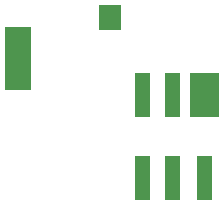
<source format=gbr>
G04*
G04 #@! TF.GenerationSoftware,Altium Limited,Altium Designer,23.0.1 (38)*
G04*
G04 Layer_Color=16711935*
%FSLAX25Y25*%
%MOIN*%
G70*
G04*
G04 #@! TF.SameCoordinates,7EA281D9-4360-43E8-82A8-E858FA6B50C7*
G04*
G04*
G04 #@! TF.FilePolarity,Positive*
G04*
G01*
G75*
G36*
X439736Y278708D02*
X432638D01*
Y287028D01*
X439736D01*
Y278708D01*
D02*
G37*
G36*
X409772Y258669D02*
X401307D01*
Y279535D01*
X409772D01*
Y258669D01*
D02*
G37*
G36*
X472472Y249508D02*
X462866D01*
Y264075D01*
X472472D01*
Y249508D01*
D02*
G37*
G36*
X459559D02*
X454441D01*
Y264075D01*
X459559D01*
Y249508D01*
D02*
G37*
G36*
X449559D02*
X444441D01*
Y264075D01*
X449559D01*
Y249508D01*
D02*
G37*
G36*
X470228Y221870D02*
X465110D01*
Y236437D01*
X470228D01*
Y221870D01*
D02*
G37*
G36*
X459559D02*
X454441D01*
Y236437D01*
X459559D01*
Y221870D01*
D02*
G37*
G36*
X449559D02*
X444441D01*
Y236437D01*
X449559D01*
Y221870D01*
D02*
G37*
M02*

</source>
